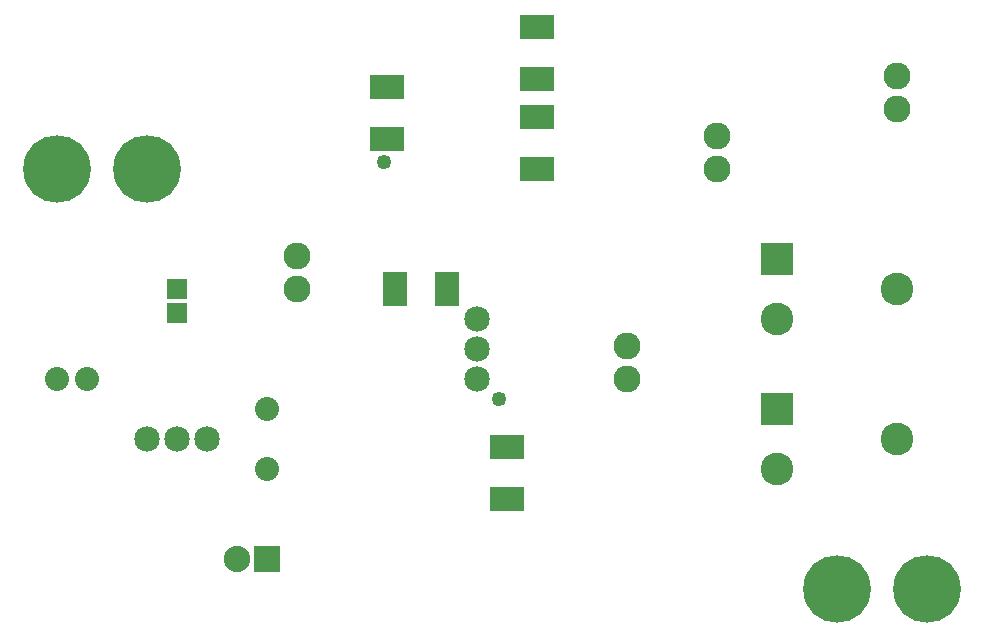
<source format=gts>
G04 MADE WITH FRITZING*
G04 WWW.FRITZING.ORG*
G04 DOUBLE SIDED*
G04 HOLES PLATED*
G04 CONTOUR ON CENTER OF CONTOUR VECTOR*
%ASAXBY*%
%FSLAX23Y23*%
%MOIN*%
%OFA0B0*%
%SFA1.0B1.0*%
%ADD10C,0.109000*%
%ADD11C,0.225000*%
%ADD12C,0.049370*%
%ADD13C,0.080000*%
%ADD14C,0.085000*%
%ADD15C,0.090000*%
%ADD16C,0.088000*%
%ADD17R,0.109000X0.109000*%
%ADD18R,0.069055X0.065118*%
%ADD19R,0.116299X0.080866*%
%ADD20R,0.080866X0.116299*%
%ADD21R,0.088000X0.088000*%
%LNMASK1*%
G90*
G70*
G54D10*
X2595Y633D03*
X2595Y833D03*
X2995Y733D03*
X2595Y1133D03*
X2595Y1333D03*
X2995Y1233D03*
G54D11*
X2795Y233D03*
X2795Y233D03*
X495Y1633D03*
X495Y1633D03*
X3095Y233D03*
X3095Y233D03*
X195Y1633D03*
X195Y1633D03*
G54D12*
X1284Y1658D03*
X1668Y866D03*
G54D13*
X195Y933D03*
X295Y933D03*
G54D14*
X495Y733D03*
X595Y733D03*
X695Y733D03*
G54D13*
X895Y833D03*
X895Y633D03*
G54D15*
X2095Y1043D03*
X2095Y933D03*
X2095Y1043D03*
X2095Y933D03*
X2995Y1943D03*
X2995Y1833D03*
X2995Y1943D03*
X2995Y1833D03*
X2395Y1743D03*
X2395Y1633D03*
X2395Y1743D03*
X2395Y1633D03*
X995Y1343D03*
X995Y1233D03*
X995Y1343D03*
X995Y1233D03*
G54D14*
X1595Y1133D03*
X1595Y1033D03*
X1595Y933D03*
G54D16*
X895Y333D03*
X795Y333D03*
G54D17*
X2595Y833D03*
X2595Y1333D03*
G54D18*
X595Y1233D03*
X595Y1153D03*
G54D19*
X1295Y1907D03*
X1295Y1733D03*
G54D20*
X1322Y1233D03*
X1495Y1233D03*
G54D19*
X1795Y2107D03*
X1795Y1933D03*
X1695Y707D03*
X1695Y533D03*
X1795Y1807D03*
X1795Y1633D03*
G54D21*
X895Y333D03*
G04 End of Mask1*
M02*
</source>
